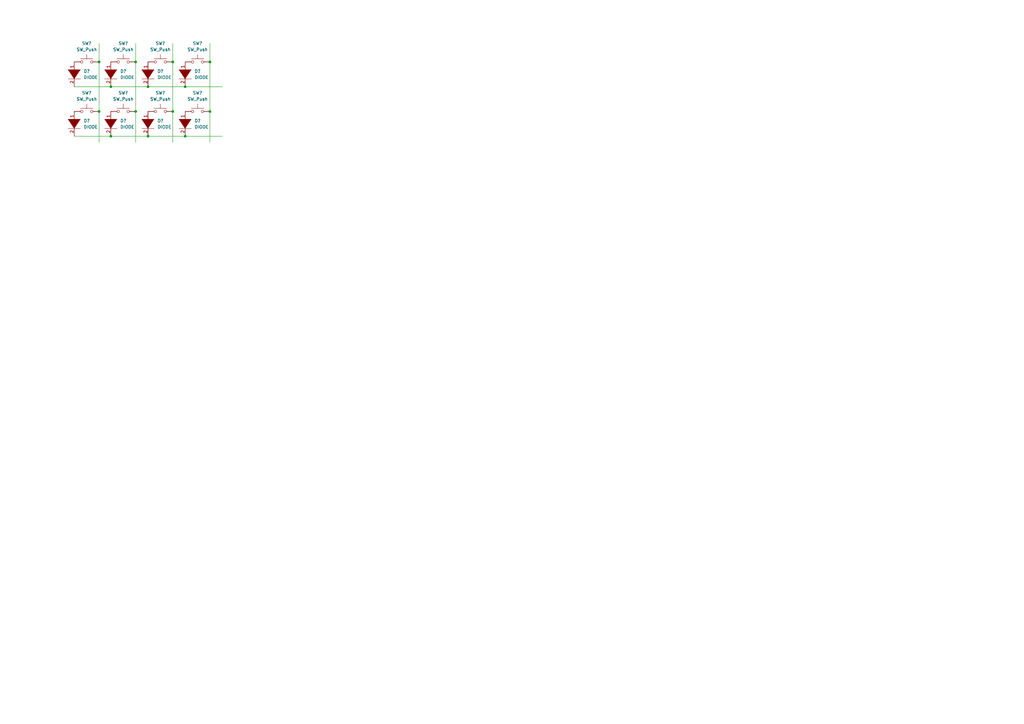
<source format=kicad_sch>
(kicad_sch (version 20211123) (generator eeschema)
  (paper "A3")
  (lib_symbols
    (symbol "Switch:SW_Push" (pin_numbers hide) (pin_names (offset 1.016) hide)
      (property "Reference" "SW" (at 1.27 2.54 0))
      (property "Value" "SW_Push" (at 0 -1.524 0))
      (symbol "SW_Push_0_1"
        (circle (center -2.032 0) (radius 0.508))
        (polyline (pts (xy 0 1.27) (xy 0 3.048)))
        (polyline (pts (xy 2.54 1.27) (xy -2.54 1.27)))
        (circle (center 2.032 0) (radius 0.508))
        (pin passive line (at -5.08 0 0) (length 2.54) (name "1") (number "1"))
        (pin passive line (at 5.08 0 180) (length 2.54) (name "2") (number "2"))
      )
    )
    (symbol "pspice:DIODE" (pin_names (offset 1.016) hide)
      (property "Reference" "D" (at 0 3.81 0))
      (property "Value" "DIODE" (at 0 -4.445 0))
      (symbol "DIODE_0_1"
        (polyline (pts (xy 1.905 2.54) (xy 1.905 -2.54)))
        (polyline (pts (xy -1.905 2.54) (xy -1.905 -2.54) (xy 1.905 0)) (fill (type outline)))
      )
      (symbol "DIODE_1_1"
        (pin input line (at -5.08 0 0) (length 3.81) (name "K") (number "1"))
        (pin input line (at 5.08 0 180) (length 3.81) (name "A") (number "2"))
      )
    )
  )
  (junction (at 75.946 55.88))
  (junction (at 55.626 25.4))
  (junction (at 70.866 45.72))
  (junction (at 86.106 45.72))
  (junction (at 60.706 35.56))
  (junction (at 70.866 25.4))
  (junction (at 55.626 45.72))
  (junction (at 40.64 25.4))
  (junction (at 45.466 35.56))
  (junction (at 86.106 25.4))
  (junction (at 40.64 45.72))
  (junction (at 45.466 55.88))
  (junction (at 75.946 35.56))
  (junction (at 60.706 55.88))
  (wire (pts (xy 55.626 25.4) (xy 55.626 45.72)))
  (wire (pts (xy 70.866 25.4) (xy 70.866 45.72)))
  (wire (pts (xy 70.866 45.72) (xy 70.866 58.42)))
  (wire (pts (xy 55.626 17.78) (xy 55.626 25.4)))
  (wire (pts (xy 75.946 55.88) (xy 91.186 55.88)))
  (wire (pts (xy 60.706 55.88) (xy 75.946 55.88)))
  (wire (pts (xy 75.946 35.56) (xy 91.186 35.56)))
  (wire (pts (xy 40.64 17.78) (xy 40.64 25.4)))
  (wire (pts (xy 45.466 55.88) (xy 60.706 55.88)))
  (wire (pts (xy 40.64 45.72) (xy 40.64 58.42)))
  (wire (pts (xy 30.48 35.56) (xy 45.466 35.56)))
  (wire (pts (xy 45.466 35.56) (xy 60.706 35.56)))
  (wire (pts (xy 86.106 45.72) (xy 86.106 58.42)))
  (wire (pts (xy 60.706 35.56) (xy 75.946 35.56)))
  (wire (pts (xy 40.64 25.4) (xy 40.64 45.72)))
  (wire (pts (xy 70.866 17.78) (xy 70.866 25.4)))
  (wire (pts (xy 55.626 45.72) (xy 55.626 58.42)))
  (wire (pts (xy 86.106 25.4) (xy 86.106 45.72)))
  (wire (pts (xy 30.48 55.88) (xy 45.466 55.88)))
  (wire (pts (xy 86.106 17.78) (xy 86.106 25.4)))
  (symbol (lib_id "pspice:DIODE") (at 30.48 30.48 270) (unit 1)
    (property "Reference" "D?" (at 34.29 29.2099 90) (effects (justify left)))
    (property "Value" "DIODE" (at 34.29 31.7499 90) (effects (justify left)))
  )
  (symbol (lib_id "pspice:DIODE") (at 60.706 30.48 270) (unit 1)
    (property "Reference" "D?" (at 64.516 29.2099 90) (effects (justify left)))
    (property "Value" "DIODE" (at 64.516 31.7499 90) (effects (justify left)))
  )
  (symbol (lib_id "pspice:DIODE") (at 30.48 50.8 270) (unit 1)
    (property "Reference" "D?" (at 34.29 49.5299 90) (effects (justify left)))
    (property "Value" "DIODE" (at 34.29 52.0699 90) (effects (justify left)))
  )
  (symbol (lib_id "Switch:SW_Push") (at 81.026 25.4 0) (unit 1)
    (property "Reference" "SW?" (at 81.026 17.78 0))
    (property "Value" "SW_Push" (at 81.026 20.32 0))
  )
  (symbol (lib_id "Switch:SW_Push") (at 50.546 45.72 0) (unit 1)
    (property "Reference" "SW?" (at 50.546 38.1 0))
    (property "Value" "SW_Push" (at 50.546 40.64 0))
  )
  (symbol (lib_id "Switch:SW_Push") (at 81.026 45.72 0) (unit 1)
    (property "Reference" "SW?" (at 81.026 38.1 0))
    (property "Value" "SW_Push" (at 81.026 40.64 0))
  )
  (symbol (lib_id "Switch:SW_Push") (at 65.786 25.4 0) (unit 1)
    (property "Reference" "SW?" (at 65.786 17.78 0))
    (property "Value" "SW_Push" (at 65.786 20.32 0))
  )
  (symbol (lib_id "pspice:DIODE") (at 45.466 50.8 270) (unit 1)
    (property "Reference" "D?" (at 49.276 49.5299 90) (effects (justify left)))
    (property "Value" "DIODE" (at 49.276 52.0699 90) (effects (justify left)))
  )
  (symbol (lib_id "Switch:SW_Push") (at 35.56 25.4 0) (unit 1)
    (property "Reference" "SW?" (at 35.56 17.78 0))
    (property "Value" "SW_Push" (at 35.56 20.32 0))
  )
  (symbol (lib_id "pspice:DIODE") (at 75.946 30.48 270) (unit 1)
    (property "Reference" "D?" (at 79.756 29.2099 90) (effects (justify left)))
    (property "Value" "DIODE" (at 79.756 31.7499 90) (effects (justify left)))
  )
  (symbol (lib_id "pspice:DIODE") (at 60.706 50.8 270) (unit 1)
    (property "Reference" "D?" (at 64.516 49.5299 90) (effects (justify left)))
    (property "Value" "DIODE" (at 64.516 52.0699 90) (effects (justify left)))
  )
  (symbol (lib_id "pspice:DIODE") (at 75.946 50.8 270) (unit 1)
    (property "Reference" "D?" (at 79.756 49.5299 90) (effects (justify left)))
    (property "Value" "DIODE" (at 79.756 52.0699 90) (effects (justify left)))
  )
  (symbol (lib_id "Switch:SW_Push") (at 50.546 25.4 0) (unit 1)
    (property "Reference" "SW?" (at 50.546 17.78 0))
    (property "Value" "SW_Push" (at 50.546 20.32 0))
  )
  (symbol (lib_id "pspice:DIODE") (at 45.466 30.48 270) (unit 1)
    (property "Reference" "D?" (at 49.276 29.2099 90) (effects (justify left)))
    (property "Value" "DIODE" (at 49.276 31.7499 90) (effects (justify left)))
  )
  (symbol (lib_id "Switch:SW_Push") (at 65.786 45.72 0) (unit 1)
    (property "Reference" "SW?" (at 65.786 38.1 0))
    (property "Value" "SW_Push" (at 65.786 40.64 0))
  )
  (symbol (lib_id "Switch:SW_Push") (at 35.56 45.72 0) (unit 1)
    (property "Reference" "SW?" (at 35.56 38.1 0))
    (property "Value" "SW_Push" (at 35.56 40.64 0))
  )
)
</source>
